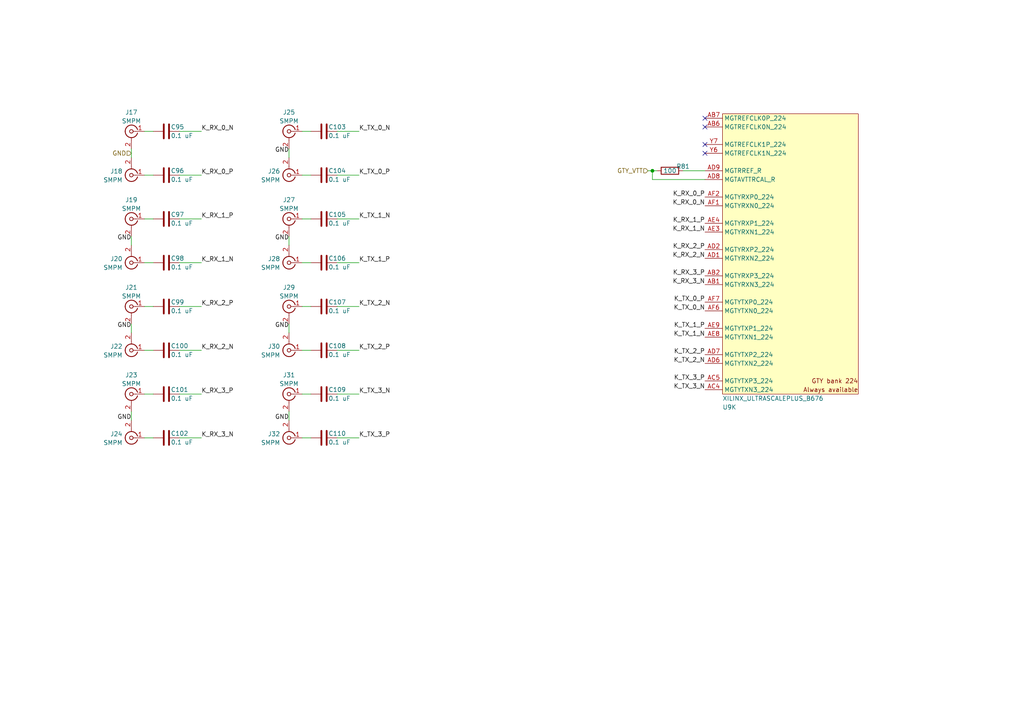
<source format=kicad_sch>
(kicad_sch (version 20231120) (generator "eeschema") (generator_version "8.0")
  (paper "A4")
  (title_block (title "Kintex Ultrascale+ OshPark For The Lulz") (date "2024-11-10") (rev "0.1") (company "Antikernel Labs") (comment 1 "Andrew D. Zonenberg"))
  (junction (at 189.23 49.53))
  (no_connect (at 204.47 34.29))
  (no_connect (at 204.47 41.91))
  (no_connect (at 204.47 36.83))
  (no_connect (at 204.47 44.45))
  (wire (pts (xy 38.1 119.38) (xy 38.1 121.92)))
  (wire (pts (xy 187.96 49.53) (xy 189.23 49.53)))
  (wire (pts (xy 38.1 93.98) (xy 38.1 96.52)))
  (wire (pts (xy 83.82 68.58) (xy 83.82 71.12)))
  (wire (pts (xy 52.07 50.8) (xy 58.42 50.8)))
  (wire (pts (xy 189.23 52.07) (xy 189.23 49.53)))
  (wire (pts (xy 83.82 119.38) (xy 83.82 121.92)))
  (wire (pts (xy 87.63 63.5) (xy 90.17 63.5)))
  (wire (pts (xy 52.07 101.6) (xy 58.42 101.6)))
  (wire (pts (xy 52.07 76.2) (xy 58.42 76.2)))
  (wire (pts (xy 41.91 63.5) (xy 44.45 63.5)))
  (wire (pts (xy 41.91 76.2) (xy 44.45 76.2)))
  (wire (pts (xy 41.91 114.3) (xy 44.45 114.3)))
  (wire (pts (xy 87.63 101.6) (xy 90.17 101.6)))
  (wire (pts (xy 52.07 127) (xy 58.42 127)))
  (wire (pts (xy 97.79 101.6) (xy 104.14 101.6)))
  (wire (pts (xy 97.79 127) (xy 104.14 127)))
  (wire (pts (xy 38.1 43.18) (xy 38.1 45.72)))
  (wire (pts (xy 87.63 76.2) (xy 90.17 76.2)))
  (wire (pts (xy 52.07 63.5) (xy 58.42 63.5)))
  (wire (pts (xy 87.63 88.9) (xy 90.17 88.9)))
  (wire (pts (xy 97.79 88.9) (xy 104.14 88.9)))
  (wire (pts (xy 97.79 63.5) (xy 104.14 63.5)))
  (wire (pts (xy 41.91 50.8) (xy 44.45 50.8)))
  (wire (pts (xy 87.63 127) (xy 90.17 127)))
  (wire (pts (xy 38.1 68.58) (xy 38.1 71.12)))
  (wire (pts (xy 87.63 38.1) (xy 90.17 38.1)))
  (wire (pts (xy 97.79 114.3) (xy 104.14 114.3)))
  (wire (pts (xy 52.07 114.3) (xy 58.42 114.3)))
  (wire (pts (xy 41.91 127) (xy 44.45 127)))
  (wire (pts (xy 97.79 38.1) (xy 104.14 38.1)))
  (wire (pts (xy 41.91 88.9) (xy 44.45 88.9)))
  (wire (pts (xy 83.82 93.98) (xy 83.82 96.52)))
  (wire (pts (xy 87.63 50.8) (xy 90.17 50.8)))
  (wire (pts (xy 198.12 49.53) (xy 204.47 49.53)))
  (wire (pts (xy 52.07 38.1) (xy 58.42 38.1)))
  (wire (pts (xy 189.23 49.53) (xy 190.5 49.53)))
  (wire (pts (xy 41.91 38.1) (xy 44.45 38.1)))
  (wire (pts (xy 97.79 50.8) (xy 104.14 50.8)))
  (wire (pts (xy 83.82 43.18) (xy 83.82 45.72)))
  (wire (pts (xy 52.07 88.9) (xy 58.42 88.9)))
  (wire (pts (xy 87.63 114.3) (xy 90.17 114.3)))
  (wire (pts (xy 41.91 101.6) (xy 44.45 101.6)))
  (wire (pts (xy 97.79 76.2) (xy 104.14 76.2)))
  (wire (pts (xy 204.47 52.07) (xy 189.23 52.07)))
  (label "K_TX_0_P" (at 204.47 87.63 180))
  (label "GND" (at 83.82 44.45 180))
  (label "K_TX_1_N" (at 204.47 97.79 180))
  (label "K_TX_2_N" (at 204.47 105.41 180))
  (label "K_TX_0_P" (at 104.14 50.8 0))
  (label "K_RX_0_P" (at 58.42 50.8 0))
  (label "GND" (at 83.82 95.25 180))
  (label "K_RX_2_P" (at 204.47 72.39 180))
  (label "K_TX_0_N" (at 104.14 38.1 0))
  (label "K_TX_1_P" (at 204.47 95.25 180))
  (label "K_RX_1_N" (at 58.42 76.2 0))
  (label "K_TX_2_N" (at 104.14 88.9 0))
  (label "K_RX_3_P" (at 58.42 114.3 0))
  (label "K_TX_2_P" (at 104.14 101.6 0))
  (label "GND" (at 38.1 121.92 180))
  (label "GND" (at 83.82 121.92 180))
  (label "K_RX_0_N" (at 58.42 38.1 0))
  (label "K_TX_3_N" (at 204.47 113.03 180))
  (label "K_RX_1_P" (at 204.47 64.77 180))
  (label "K_RX_2_P" (at 58.42 88.9 0))
  (label "K_RX_1_P" (at 58.42 63.5 0))
  (label "K_TX_3_P" (at 104.14 127 0))
  (label "K_RX_0_P" (at 204.47 57.15 180))
  (label "GND" (at 38.1 95.25 180))
  (label "K_TX_2_P" (at 204.47 102.87 180))
  (label "K_TX_0_N" (at 204.47 90.17 180))
  (label "K_TX_3_P" (at 204.47 110.49 180))
  (label "K_RX_0_N" (at 204.47 59.69 180))
  (label "K_RX_3_N" (at 204.47 82.55 180))
  (label "GND" (at 38.1 69.85 180))
  (label "K_TX_1_P" (at 104.14 76.2 0))
  (label "K_TX_3_N" (at 104.14 114.3 0))
  (label "GND" (at 83.82 69.85 180))
  (label "K_RX_2_N" (at 204.47 74.93 180))
  (label "K_RX_3_P" (at 204.47 80.01 180))
  (label "K_TX_1_N" (at 104.14 63.5 0))
  (label "K_RX_3_N" (at 58.42 127 0))
  (label "K_RX_2_N" (at 58.42 101.6 0))
  (label "K_RX_1_N" (at 204.47 67.31 180))
  (hierarchical_label "GTY_VTT" (shape input) (at 187.96 49.53 180))
  (hierarchical_label "GND" (shape input) (at 38.1 44.45 180))
  (symbol (lib_id "conn:CONN_COAXIAL") (at 83.82 63.5 0) (mirror y) (unit 1)
    (property "Reference" "J27" (at 83.8199 57.9736 0))
    (property "Value" "SMPM" (at 83.8199 60.5105 0))
    (property "Footprint" "azonenberg_pcb:CONN_SMPM_AMPHENOL_C925-197J-51PT" (effects (hide yes)))
  )
  (symbol (lib_id "device:C") (at 93.98 101.6 90) (unit 1)
    (property "Reference" "C108" (at 95.25 100.33 90) (effects (justify right)))
    (property "Value" "0.1 uF" (at 95.25 102.87 90) (effects (justify right)))
    (property "Footprint" "azonenberg_pcb:EIA_0402_CAP_NOSILK" (effects (hide yes)))
  )
  (symbol (lib_id "conn:CONN_COAXIAL") (at 38.1 127 180) (unit 1)
    (property "Reference" "J24" (at 35.5599 125.8721 0) (effects (justify left)))
    (property "Value" "SMPM" (at 35.5599 128.409 0) (effects (justify left)))
    (property "Footprint" "azonenberg_pcb:CONN_SMPM_AMPHENOL_C925-197J-51PT" (effects (hide yes)))
  )
  (symbol (lib_id "conn:CONN_COAXIAL") (at 38.1 114.3 0) (mirror y) (unit 1)
    (property "Reference" "J23" (at 38.0999 108.7736 0))
    (property "Value" "SMPM" (at 38.0999 111.3105 0))
    (property "Footprint" "azonenberg_pcb:CONN_SMPM_AMPHENOL_C925-197J-51PT" (effects (hide yes)))
  )
  (symbol (lib_id "device:C") (at 48.26 38.1 90) (unit 1)
    (property "Reference" "C95" (at 49.53 36.83 90) (effects (justify right)))
    (property "Value" "0.1 uF" (at 49.53 39.37 90) (effects (justify right)))
    (property "Footprint" "azonenberg_pcb:EIA_0402_CAP_NOSILK" (effects (hide yes)))
  )
  (symbol (lib_id "device:C") (at 48.26 88.9 90) (unit 1)
    (property "Reference" "C99" (at 49.53 87.63 90) (effects (justify right)))
    (property "Value" "0.1 uF" (at 49.53 90.17 90) (effects (justify right)))
    (property "Footprint" "azonenberg_pcb:EIA_0402_CAP_NOSILK" (effects (hide yes)))
  )
  (symbol (lib_id "device:C") (at 93.98 88.9 90) (unit 1)
    (property "Reference" "C107" (at 95.25 87.63 90) (effects (justify right)))
    (property "Value" "0.1 uF" (at 95.25 90.17 90) (effects (justify right)))
    (property "Footprint" "azonenberg_pcb:EIA_0402_CAP_NOSILK" (effects (hide yes)))
  )
  (symbol (lib_id "conn:CONN_COAXIAL") (at 83.82 114.3 0) (mirror y) (unit 1)
    (property "Reference" "J31" (at 83.8199 108.7736 0))
    (property "Value" "SMPM" (at 83.8199 111.3105 0))
    (property "Footprint" "azonenberg_pcb:CONN_SMPM_AMPHENOL_C925-197J-51PT" (effects (hide yes)))
  )
  (symbol (lib_id "device:C") (at 93.98 127 90) (unit 1)
    (property "Reference" "C110" (at 95.25 125.73 90) (effects (justify right)))
    (property "Value" "0.1 uF" (at 95.25 128.27 90) (effects (justify right)))
    (property "Footprint" "azonenberg_pcb:EIA_0402_CAP_NOSILK" (effects (hide yes)))
  )
  (symbol (lib_id "device:C") (at 93.98 114.3 90) (unit 1)
    (property "Reference" "C109" (at 95.25 113.03 90) (effects (justify right)))
    (property "Value" "0.1 uF" (at 95.25 115.57 90) (effects (justify right)))
    (property "Footprint" "azonenberg_pcb:EIA_0402_CAP_NOSILK" (effects (hide yes)))
  )
  (symbol (lib_id "conn:CONN_COAXIAL") (at 38.1 50.8 180) (unit 1)
    (property "Reference" "J18" (at 35.5599 49.6721 0) (effects (justify left)))
    (property "Value" "SMPM" (at 35.5599 52.209 0) (effects (justify left)))
    (property "Footprint" "azonenberg_pcb:CONN_SMPM_AMPHENOL_C925-197J-51PT" (effects (hide yes)))
  )
  (symbol (lib_id "conn:CONN_COAXIAL") (at 38.1 88.9 0) (mirror y) (unit 1)
    (property "Reference" "J21" (at 38.0999 83.3736 0))
    (property "Value" "SMPM" (at 38.0999 85.9105 0))
    (property "Footprint" "azonenberg_pcb:CONN_SMPM_AMPHENOL_C925-197J-51PT" (effects (hide yes)))
  )
  (symbol (lib_id "xilinx-azonenberg:XILINX_ULTRASCALEPLUS_B676") (at 209.55 114.3 0) (unit 11)
    (property "Reference" "U9" (at 209.55 118.11 0) (effects (justify left)))
    (property "Value" "XILINX_ULTRASCALEPLUS_B676" (at 209.55 115.57 0) (effects (justify left)))
    (property "Footprint" "azonenberg_pcb:BGA_676_27x27_FULLARRAY_1MM_FFG676" (effects (hide yes)))
  )
  (symbol (lib_id "device:C") (at 48.26 114.3 90) (unit 1)
    (property "Reference" "C101" (at 49.53 113.03 90) (effects (justify right)))
    (property "Value" "0.1 uF" (at 49.53 115.57 90) (effects (justify right)))
    (property "Footprint" "azonenberg_pcb:EIA_0402_CAP_NOSILK" (effects (hide yes)))
  )
  (symbol (lib_id "device:C") (at 93.98 63.5 90) (unit 1)
    (property "Reference" "C105" (at 95.25 62.23 90) (effects (justify right)))
    (property "Value" "0.1 uF" (at 95.25 64.77 90) (effects (justify right)))
    (property "Footprint" "azonenberg_pcb:EIA_0402_CAP_NOSILK" (effects (hide yes)))
  )
  (symbol (lib_id "conn:CONN_COAXIAL") (at 83.82 101.6 180) (unit 1)
    (property "Reference" "J30" (at 81.2799 100.4721 0) (effects (justify left)))
    (property "Value" "SMPM" (at 81.2799 103.009 0) (effects (justify left)))
    (property "Footprint" "azonenberg_pcb:CONN_SMPM_AMPHENOL_C925-197J-51PT" (effects (hide yes)))
  )
  (symbol (lib_id "device:C") (at 48.26 101.6 90) (unit 1)
    (property "Reference" "C100" (at 49.53 100.33 90) (effects (justify right)))
    (property "Value" "0.1 uF" (at 49.53 102.87 90) (effects (justify right)))
    (property "Footprint" "azonenberg_pcb:EIA_0402_CAP_NOSILK" (effects (hide yes)))
  )
  (symbol (lib_id "conn:CONN_COAXIAL") (at 83.82 38.1 0) (mirror y) (unit 1)
    (property "Reference" "J25" (at 83.8199 32.5736 0))
    (property "Value" "SMPM" (at 83.8199 35.1105 0))
    (property "Footprint" "azonenberg_pcb:CONN_SMPM_AMPHENOL_C925-197J-51PT" (effects (hide yes)))
  )
  (symbol (lib_id "device:C") (at 93.98 50.8 90) (unit 1)
    (property "Reference" "C104" (at 95.25 49.53 90) (effects (justify right)))
    (property "Value" "0.1 uF" (at 95.25 52.07 90) (effects (justify right)))
    (property "Footprint" "azonenberg_pcb:EIA_0402_CAP_NOSILK" (effects (hide yes)))
  )
  (symbol (lib_id "conn:CONN_COAXIAL") (at 83.82 127 180) (unit 1)
    (property "Reference" "J32" (at 81.2799 125.8721 0) (effects (justify left)))
    (property "Value" "SMPM" (at 81.2799 128.409 0) (effects (justify left)))
    (property "Footprint" "azonenberg_pcb:CONN_SMPM_AMPHENOL_C925-197J-51PT" (effects (hide yes)))
  )
  (symbol (lib_id "conn:CONN_COAXIAL") (at 38.1 76.2 180) (unit 1)
    (property "Reference" "J20" (at 35.5599 75.0721 0) (effects (justify left)))
    (property "Value" "SMPM" (at 35.5599 77.609 0) (effects (justify left)))
    (property "Footprint" "azonenberg_pcb:CONN_SMPM_AMPHENOL_C925-197J-51PT" (effects (hide yes)))
  )
  (symbol (lib_id "conn:CONN_COAXIAL") (at 38.1 38.1 0) (mirror y) (unit 1)
    (property "Reference" "J17" (at 38.0999 32.5736 0))
    (property "Value" "SMPM" (at 38.0999 35.1105 0))
    (property "Footprint" "azonenberg_pcb:CONN_SMPM_AMPHENOL_C925-197J-51PT" (effects (hide yes)))
  )
  (symbol (lib_id "conn:CONN_COAXIAL") (at 83.82 76.2 180) (unit 1)
    (property "Reference" "J28" (at 81.2799 75.0721 0) (effects (justify left)))
    (property "Value" "SMPM" (at 81.2799 77.609 0) (effects (justify left)))
    (property "Footprint" "azonenberg_pcb:CONN_SMPM_AMPHENOL_C925-197J-51PT" (effects (hide yes)))
  )
  (symbol (lib_id "device:C") (at 48.26 127 90) (unit 1)
    (property "Reference" "C102" (at 49.53 125.73 90) (effects (justify right)))
    (property "Value" "0.1 uF" (at 49.53 128.27 90) (effects (justify right)))
    (property "Footprint" "azonenberg_pcb:EIA_0402_CAP_NOSILK" (effects (hide yes)))
  )
  (symbol (lib_id "conn:CONN_COAXIAL") (at 83.82 50.8 180) (unit 1)
    (property "Reference" "J26" (at 81.2799 49.6721 0) (effects (justify left)))
    (property "Value" "SMPM" (at 81.2799 52.209 0) (effects (justify left)))
    (property "Footprint" "azonenberg_pcb:CONN_SMPM_AMPHENOL_C925-197J-51PT" (effects (hide yes)))
  )
  (symbol (lib_id "conn:CONN_COAXIAL") (at 38.1 63.5 0) (mirror y) (unit 1)
    (property "Reference" "J19" (at 38.0999 57.9736 0))
    (property "Value" "SMPM" (at 38.0999 60.5105 0))
    (property "Footprint" "azonenberg_pcb:CONN_SMPM_AMPHENOL_C925-197J-51PT" (effects (hide yes)))
  )
  (symbol (lib_id "device:R") (at 194.31 49.53 90) (unit 1)
    (property "Reference" "R81" (at 198.12 48.26 90))
    (property "Value" "100" (at 194.31 49.53 90))
    (property "Footprint" "azonenberg_pcb:EIA_0402_RES_NOSILK" (effects (hide yes)))
  )
  (symbol (lib_id "conn:CONN_COAXIAL") (at 38.1 101.6 180) (unit 1)
    (property "Reference" "J22" (at 35.5599 100.4721 0) (effects (justify left)))
    (property "Value" "SMPM" (at 35.5599 103.009 0) (effects (justify left)))
    (property "Footprint" "azonenberg_pcb:CONN_SMPM_AMPHENOL_C925-197J-51PT" (effects (hide yes)))
  )
  (symbol (lib_id "device:C") (at 48.26 63.5 90) (unit 1)
    (property "Reference" "C97" (at 49.53 62.23 90) (effects (justify right)))
    (property "Value" "0.1 uF" (at 49.53 64.77 90) (effects (justify right)))
    (property "Footprint" "azonenberg_pcb:EIA_0402_CAP_NOSILK" (effects (hide yes)))
  )
  (symbol (lib_id "conn:CONN_COAXIAL") (at 83.82 88.9 0) (mirror y) (unit 1)
    (property "Reference" "J29" (at 83.8199 83.3736 0))
    (property "Value" "SMPM" (at 83.8199 85.9105 0))
    (property "Footprint" "azonenberg_pcb:CONN_SMPM_AMPHENOL_C925-197J-51PT" (effects (hide yes)))
  )
  (symbol (lib_id "device:C") (at 93.98 38.1 90) (unit 1)
    (property "Reference" "C103" (at 95.25 36.83 90) (effects (justify right)))
    (property "Value" "0.1 uF" (at 95.25 39.37 90) (effects (justify right)))
    (property "Footprint" "azonenberg_pcb:EIA_0402_CAP_NOSILK" (effects (hide yes)))
  )
  (symbol (lib_id "device:C") (at 93.98 76.2 90) (unit 1)
    (property "Reference" "C106" (at 95.25 74.93 90) (effects (justify right)))
    (property "Value" "0.1 uF" (at 95.25 77.47 90) (effects (justify right)))
    (property "Footprint" "azonenberg_pcb:EIA_0402_CAP_NOSILK" (effects (hide yes)))
  )
  (symbol (lib_id "device:C") (at 48.26 50.8 90) (unit 1)
    (property "Reference" "C96" (at 49.53 49.53 90) (effects (justify right)))
    (property "Value" "0.1 uF" (at 49.53 52.07 90) (effects (justify right)))
    (property "Footprint" "azonenberg_pcb:EIA_0402_CAP_NOSILK" (effects (hide yes)))
  )
  (symbol (lib_id "device:C") (at 48.26 76.2 90) (unit 1)
    (property "Reference" "C98" (at 49.53 74.93 90) (effects (justify right)))
    (property "Value" "0.1 uF" (at 49.53 77.47 90) (effects (justify right)))
    (property "Footprint" "azonenberg_pcb:EIA_0402_CAP_NOSILK" (effects (hide yes)))
  )
)
</source>
